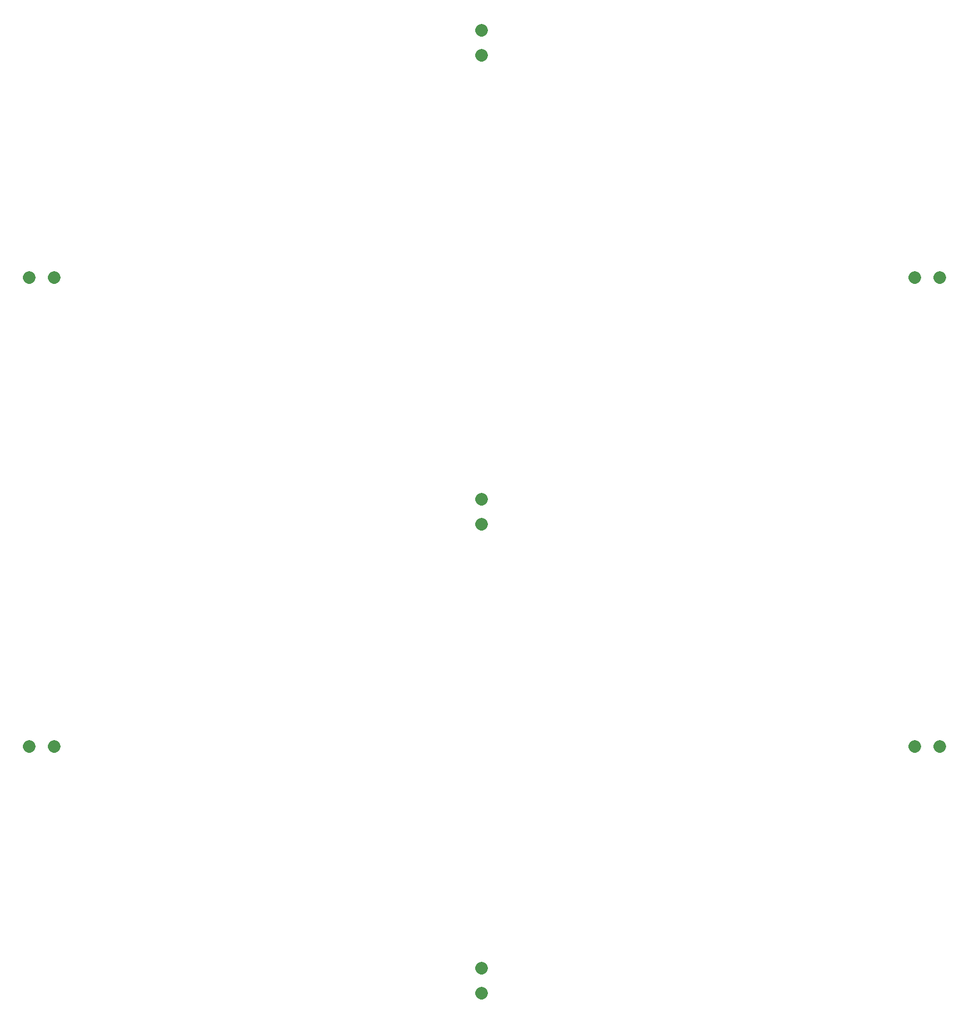
<source format=gbr>
G04 #@! TF.GenerationSoftware,KiCad,Pcbnew,(5.1.10)-1*
G04 #@! TF.CreationDate,2021-07-13T17:10:52+02:00*
G04 #@! TF.ProjectId,stab_tester,73746162-5f74-4657-9374-65722e6b6963,rev?*
G04 #@! TF.SameCoordinates,Original*
G04 #@! TF.FileFunction,Other,ECO1*
%FSLAX46Y46*%
G04 Gerber Fmt 4.6, Leading zero omitted, Abs format (unit mm)*
G04 Created by KiCad (PCBNEW (5.1.10)-1) date 2021-07-13 17:10:52*
%MOMM*%
%LPD*%
G01*
G04 APERTURE LIST*
%ADD10C,2.000000*%
G04 APERTURE END LIST*
D10*
G04 #@! TO.C,mouse-bite-2mm-slot*
X246863001Y-185494502D02*
X246863001Y-185494502D01*
X250863001Y-185494502D02*
X250863001Y-185494502D01*
X105863001Y-185494502D02*
X105863001Y-185494502D01*
X109863001Y-185494502D02*
X109863001Y-185494502D01*
X246863001Y-110819502D02*
X246863001Y-110819502D01*
X250863001Y-110819502D02*
X250863001Y-110819502D01*
X105863001Y-110819502D02*
X105863001Y-110819502D01*
X109863001Y-110819502D02*
X109863001Y-110819502D01*
X177863000Y-75469501D02*
X177863000Y-75469501D01*
X177863000Y-71469501D02*
X177863000Y-71469501D01*
X177863000Y-150144501D02*
X177863000Y-150144501D01*
X177863000Y-146144501D02*
X177863000Y-146144501D01*
X177863001Y-224819502D02*
X177863001Y-224819502D01*
X177863001Y-220819502D02*
X177863001Y-220819502D01*
G04 #@! TD*
M02*

</source>
